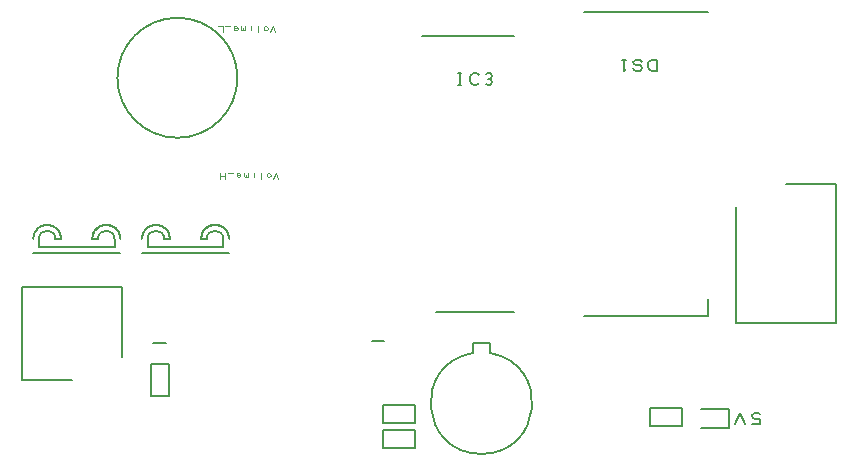
<source format=gto>
G04 EasyPC Gerber Version 21.0.3 Build 4286 *
G04 #@! TF.Part,Single*
G04 #@! TF.FileFunction,Legend,Top *
G04 #@! TF.FilePolarity,Positive *
%FSLAX45Y45*%
%MOIN*%
%ADD85C,0.00315*%
%ADD10C,0.00500*%
%ADD75C,0.00787*%
X0Y0D02*
D02*
D10*
X21492Y92045D02*
X46689D01*
X28972Y94801D02*
G75*
G03X21491Y98638I-4724D01*
G01*
G75*
G03X19523Y94778I2756J-3837*
G01*
G75*
G02X28972Y94801I4724J24*
G01*
X27004Y94831*
G75*
G03X21492Y94801I-2756J-30*
G01*
Y92045*
X46689*
Y94801*
G75*
G03X41177Y94801I-2756J0*
G01*
X39209Y94801*
X39208Y94801D02*
G75*
G02X48657I4724D01*
G01*
G75*
G03X46689Y98639I-4724J0*
G01*
G75*
G03X39208Y94801I-2756J-3837*
G01*
X48657Y90076D02*
X19524D01*
X57742Y92045D02*
X82939D01*
X58934Y53131D02*
Y42469D01*
X64871*
Y53131*
X58934*
X65222Y94801D02*
G75*
G03X57741Y98638I-4724D01*
G01*
G75*
G03X55773Y94778I2756J-3837*
G01*
G75*
G02X65222Y94801I4724J24*
G01*
X63254Y94831*
G75*
G03X57742Y94801I-2756J-30*
G01*
Y92045*
X82939*
Y94801*
G75*
G03X77427Y94801I-2756J0*
G01*
X75459Y94801*
X67644Y168516D02*
G75*
G03Y128516J-20000D01*
G01*
G75*
G03Y168516J20000*
G01*
X75458Y94801D02*
G75*
G02X84907I4724D01*
G01*
G75*
G03X82939Y98639I-4724J0*
G01*
G75*
G03X75458Y94801I-2756J-3837*
G01*
X84907Y90076D02*
X55774D01*
X146983Y31010D02*
X136321D01*
Y25073*
X146983*
Y31010*
Y39411D02*
X136321D01*
Y33474*
X146983*
Y39411*
X161060Y146209D02*
X162310D01*
X161685D02*
Y149959D01*
X161060D02*
X162310D01*
X168248Y146834D02*
X167935Y146521D01*
X167310Y146209*
X166373*
X165748Y146521*
X165435Y146834*
X165123Y147459*
Y148709*
X165435Y149334*
X165748Y149646*
X166373Y149959*
X167310*
X167935Y149646*
X168248Y149334*
X170435Y146521D02*
X171060Y146209D01*
X171685*
X172310Y146521*
X172623Y147146*
X172310Y147771*
X171685Y148084*
X171060*
X171685D02*
X172310Y148396D01*
X172623Y149021*
X172310Y149646*
X171685Y149959*
X171060*
X170435Y149646*
X166043Y56742D02*
G75*
G03X171925I2941J-16680D01*
G01*
Y60062*
X166043*
Y56742*
X227641Y154568D02*
Y150818D01*
X225766*
X225141Y151130*
X224829Y151443*
X224516Y152068*
Y153318*
X224829Y153943*
X225141Y154255*
X225766Y154568*
X227641*
X222641Y153630D02*
X222329Y154255D01*
X221704Y154568*
X220454*
X219829Y154255*
X219516Y153630*
X219829Y153005*
X220454Y152693*
X221704*
X222329Y152380*
X222641Y151755*
X222329Y151130*
X221704Y150818*
X220454*
X219829Y151130*
X219516Y151755*
X217016Y154568D02*
X215766D01*
X216391D02*
Y150818D01*
X217016Y151443*
X235718Y38413D02*
X225056D01*
Y32476*
X235718*
Y38413*
X261713Y36566D02*
X261087Y36878D01*
X260150*
X259525Y36566*
X259213Y35941*
Y35628*
X259525Y35003*
X260150Y34691*
X261713*
Y33128*
X259213*
X256713D02*
X255150Y36878D01*
X253587Y33128*
D02*
D75*
X49181Y55413D02*
Y78681D01*
X15717*
Y47736*
X32449*
X59586Y60156D02*
X63720D01*
X132381Y60655D02*
X136515D01*
X149081Y162317D02*
X179987D01*
X153987Y70317D02*
X179987D01*
X203217Y69193D02*
X244359D01*
Y74882*
X242214Y31697D02*
X251564D01*
Y38193*
X242214*
X244359Y170571D02*
X203217D01*
X253845Y105459D02*
Y66601D01*
X287310*
Y113136*
X270578*
D02*
D85*
X100217Y163770D02*
X99436Y165644D01*
X98655Y163770*
X97717Y165176D02*
X97561Y165488D01*
X97248Y165644*
X96936*
X96624Y165488*
X96467Y165176*
Y164863*
X96624Y164551*
X96936Y164394*
X97248*
X97561Y164551*
X97717Y164863*
Y165176*
X94436Y165644D02*
X94592D01*
Y163770*
X92092Y165644D02*
Y164394D01*
Y163926D02*
X90217Y165644*
Y164394D01*
Y164551D02*
X90061Y164394D01*
X89748*
X89592Y164551*
Y165020*
Y164551D02*
X89436Y164394D01*
X89124*
X88967Y164551*
Y165644*
X86467Y165488D02*
X86624Y165644D01*
X86936*
X87248*
X87561Y165488*
X87717Y165176*
Y164707*
X87561Y164551*
X87248Y164394*
X86936*
X86624Y164551*
X86467Y164707*
Y164863*
X86624Y165020*
X86936Y165176*
X87248*
X87561Y165020*
X87717Y164863*
X85217Y165644D02*
X83655D01*
X82717Y163770D02*
Y165644D01*
X81155*
X101216Y114828D02*
X100428Y116718D01*
X99641Y114828*
X98696Y116246D02*
X98539Y116561D01*
X98224Y116718*
X97909*
X97594Y116561*
X97436Y116246*
Y115931*
X97594Y115616*
X97909Y115458*
X98224*
X98539Y115616*
X98696Y115931*
Y116246*
X95389Y116718D02*
X95546D01*
Y114828*
X93027Y116718D02*
Y115458D01*
Y114986D02*
X91137Y116718*
Y115458D01*
Y115616D02*
X90980Y115458D01*
X90665*
X90507Y115616*
Y116088*
Y115616D02*
X90350Y115458D01*
X90035*
X89877Y115616*
Y116718*
X87357Y116561D02*
X87515Y116718D01*
X87830*
X88145*
X88460Y116561*
X88617Y116246*
Y115773*
X88460Y115616*
X88145Y115458*
X87830*
X87515Y115616*
X87357Y115773*
Y115931*
X87515Y116088*
X87830Y116246*
X88145*
X88460Y116088*
X88617Y115931*
X86098Y116718D02*
X84523D01*
X83578D02*
Y114828D01*
Y115773D02*
X82003D01*
Y116718D02*
Y114828D01*
X0Y0D02*
M02*

</source>
